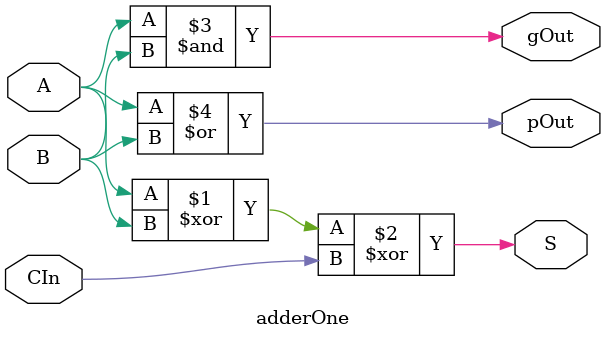
<source format=v>
module adderBlock(S, POut, GOut, A, B, CIn);
    input [7:0] A, B;
    input CIn;
    output [7:0] S;
    output POut, GOut; 
    
    wire p0, g0, p1, g1, p2, g2, p3, g3, p4, g4, p5, g5, p6, g6, p7, g7;
    wire c1, c2, c3, c4, c5, c6, c7;
    

    wire cw10;
    and gate10(cw10, CIn, p0);
    or gate12(c1, cw10, g0);

    wire cw20, cw21;
    and gate20(cw20, CIn, p0, p1);
    and gate21(cw21, g0, p1);
    or gate22(c2, cw20, cw21, g1);

    wire cw30, cw31, cw32;
    and gate30(cw30, CIn, p0, p1, p2);
    and gate31(cw31, g0, p1, p2);
    and gate32(cw32, g1, p2);
    or gate33(c3,cw30, cw31, cw32, g2);

    wire cw40, cw41, cw42, cw43;
    and gate40(cw40, CIn, p0, p1, p2, p3);
    and gate41(cw41, g0, p1, p2, p3);
    and gate42(cw42, g1, p2, p3);
    and gate43(cw43,g2, p3);
    or gate44(c4, cw40, cw41, cw42, cw43, g3);

    wire cw50, cw51, cw52, cw53, cw54;
    and gate50(cw50, CIn, p0, p1, p2, p3, p4);
    and gate51(cw51, g0, p1, p2, p3, p4);
    and gate52(cw52, g1, p2, p3, p4);
    and gate53(cw53, g2, p3, p4);
    and gate54(cw54, g3, p4 );
    or gate55(c5, cw50, cw51, cw52, cw53, cw53, cw54, g4);

    wire cw60, cw61, cw62, cw63, cw64, cw65;
    and gate60(cw60, CIn, p0, p1, p2, p3, p4, p5);
    and gate61(cw61, g0, p1, p2, p3, p4, p5);
    and gate62(cw62, g1, p2, p3, p4, p5);
    and gate63(cw63, g2, p3, p4, p5);
    and gate64(cw64, g3, p4, p5);
    and gate65(cw65, g4, p5);
    or gate66(c6,cw60, cw61, cw62, cw63, cw64, cw65, g5);

    wire cw70, cw71, cw72, cw73, cw74, cw75, cw76;
    and gate70(cw70, CIn, p0, p1, p2, p3, p4, p5, p6);
    and gate71(cw71, g0, p1, p2, p3, p4, p5, p6);
    and gate72(cw72, g1, p2, p3, p4, p5, p6);
    and gate73(cw73, g2, p3, p4, p5, p6);
    and gate74(cw74, g3, p4, p5, p6);
    and gate75(cw75, g4, p5, p6);
    and gate76(cw76, g5, p6);
    or gate77(c7, cw70, cw71, cw72, cw73, cw74, cw75, cw76, g6);

    adderOne addr0(S[0], p0, g0, A[0], B[0], CIn);
    adderOne addr1(S[1], p1, g1, A[1], B[1], c1);
    adderOne addr2(S[2], p2, g2, A[2], B[2], c2);
    adderOne addr3(S[3], p3, g3, A[3], B[3], c3);
    adderOne addr4(S[4], p4, g4, A[4], B[4], c4);
    adderOne addr5(S[5], p5, g5, A[5], B[5], c5);
    adderOne addr6(S[6], p6, g6, A[6], B[6], c6);
    adderOne addr7(S[7], p7, g7, A[7], B[7], c7);

    and pOutGate(POut,p7, p6, p5, p4, p3, p2, p1, p0);

    wire G0, G1, G2, G3, G4, G5, G6;
    and gateG0(G0, g0, p1, p2, p3, p4, p5, p6, p7);
    and gateG1(G1, g1, p2, p3, p4, p5, p6, p7);
    and gateG2(G2, g2, p3, p4, p5, p6, p7);
    and gateG3(G3, g3, p4, p5, p6, p7);
    and gateG4(G4, g4, p5, p6, p7);
    and gateG5(G5, g5, p6, p7);
    and gateG6(G6, g6, p7);
    or gOutGate(GOut, G0, G1, G2, G3, G4, G5, G6, g7); 
endmodule
module adderOne(S, pOut, gOut, A, B, CIn);
    input A, B, CIn;
    output S, pOut, gOut;
    
    xor Sresult(S, A, B, CIn);
    
    and gGate(gOut, A, B);
    or pGate(pOut, A,B);

endmodule
</source>
